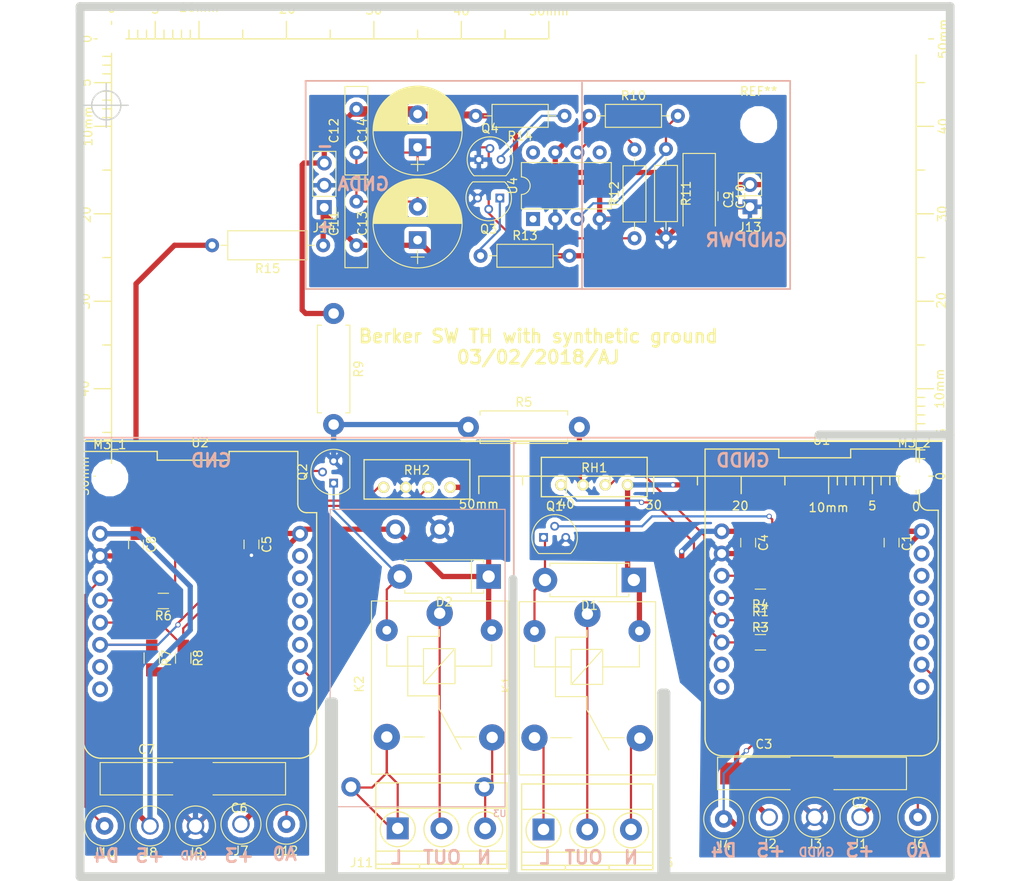
<source format=kicad_pcb>
(kicad_pcb (version 20171130) (host pcbnew "(5.0.0)")
  (layers (0 F.Cu signal) (31 B.Cu signal) (34 B.Paste user) (35 F.Paste user) (36 B.SilkS user) (37 F.SilkS user) (38 B.Mask user) (39 F.Mask user) (44 Edge.Cuts user))
  (net 0 "")
  (net 1 +3V3)
  (net 2 GNDD)
  (net 3 +5VD)
  (net 4 +3.3VA)
  (net 5 GND)
  (net 6 +5C)
  (net 7 +12VA)
  (net 8 GNDPWR)
  (net 9 "Net-(C11-Pad2)")
  (net 10 "Net-(D1-Pad2)")
  (net 11 "Net-(D2-Pad2)")
  (net 12 "Net-(J4-Pad1)")
  (net 13 "Net-(J5-Pad3)")
  (net 14 "Net-(J5-Pad1)")
  (net 15 "Net-(J5-Pad2)")
  (net 16 "Net-(J6-Pad1)")
  (net 17 "Net-(J10-Pad1)")
  (net 18 "Net-(J11-Pad3)")
  (net 19 "Net-(J11-Pad1)")
  (net 20 "Net-(J11-Pad2)")
  (net 21 "Net-(J12-Pad1)")
  (net 22 GNDA)
  (net 23 "Net-(Q1-Pad2)")
  (net 24 "Net-(Q2-Pad2)")
  (net 25 "Net-(Q3-Pad1)")
  (net 26 "Net-(Q4-Pad3)")
  (net 27 "Net-(R1-Pad2)")
  (net 28 "Net-(R3-Pad1)")
  (net 29 "Net-(R4-Pad1)")
  (net 30 "Net-(R6-Pad2)")
  (net 31 "Net-(R7-Pad1)")
  (net 32 "Net-(R8-Pad1)")
  (net 33 "Net-(R10-Pad2)")
  (net 34 "Net-(R12-Pad2)")
  (net 35 "Net-(U1-Pad15)")
  (net 36 "Net-(U1-Pad14)")
  (net 37 "Net-(U1-Pad13)")
  (net 38 "Net-(U1-Pad12)")
  (net 39 "Net-(U1-Pad11)")
  (net 40 "Net-(U1-Pad7)")
  (net 41 "Net-(U1-Pad9)")
  (net 42 "Net-(U1-Pad8)")
  (net 43 "Net-(U2-Pad15)")
  (net 44 "Net-(U2-Pad14)")
  (net 45 "Net-(U2-Pad13)")
  (net 46 "Net-(U2-Pad12)")
  (net 47 "Net-(U2-Pad11)")
  (net 48 "Net-(U2-Pad7)")
  (net 49 "Net-(U2-Pad9)")
  (net 50 "Net-(U2-Pad8)")
  (net 51 "Net-(U4-Pad1)")
  (net 52 "Net-(U4-Pad5)")
  (net 53 "Net-(U4-Pad8)")
  (module Capacitors_SMD:C_0805_HandSoldering (layer F.Cu) (at 192.8 111 270)
    (fp_text reference C1 (at 0 -1.75 270) (layer F.SilkS))
    (fp_text value 100n)
    (pad 1 smd rect (at -1.25 0 270) (size 1.5 1.25) (layers F.Cu F.Paste F.Mask) (net 1 +3V3))
    (pad 2 smd rect (at 1.25 0 270) (size 1.5 1.25) (layers F.Cu F.Paste F.Mask) (net 2 GNDD))
  )
  (module Capacitors_Tantalum_SMD:CP_Tantalum_Case-C_EIA-6032-28_Hand (layer F.Cu) (at 189.2 137.4 180)
    (fp_text reference C2 (at 0 -3.35 180) (layer F.SilkS))
    (fp_text value 100uF)
    (pad 1 smd rect (at -3.125 0 180) (size 3.75 2.5) (layers F.Cu F.Paste F.Mask) (net 1 +3V3))
    (pad 2 smd rect (at 3.125 0 180) (size 3.75 2.5) (layers F.Cu F.Paste F.Mask) (net 2 GNDD))
  )
  (module Capacitors_Tantalum_SMD:CP_Tantalum_Case-C_EIA-6032-28_Hand (layer F.Cu) (at 178.2 137.4)
    (fp_text reference C3 (at 0 -3.35) (layer F.SilkS))
    (fp_text value 100uF)
    (pad 1 smd rect (at -3.125 0) (size 3.75 2.5) (layers F.Cu F.Paste F.Mask) (net 3 +5VD))
    (pad 2 smd rect (at 3.125 0) (size 3.75 2.5) (layers F.Cu F.Paste F.Mask) (net 2 GNDD))
  )
  (module Capacitors_SMD:C_0805_HandSoldering (layer F.Cu) (at 176.4 111 270)
    (fp_text reference C4 (at 0 -1.75 270) (layer F.SilkS))
    (fp_text value 100n)
    (pad 1 smd rect (at -1.25 0 270) (size 1.5 1.25) (layers F.Cu F.Paste F.Mask) (net 3 +5VD))
    (pad 2 smd rect (at 1.25 0 270) (size 1.5 1.25) (layers F.Cu F.Paste F.Mask) (net 2 GNDD))
  )
  (module Capacitors_SMD:C_0805_HandSoldering (layer F.Cu) (at 119.6 111.2 270)
    (fp_text reference C5 (at 0 -1.75 270) (layer F.SilkS))
    (fp_text value 100n)
    (pad 1 smd rect (at -1.25 0 270) (size 1.5 1.25) (layers F.Cu F.Paste F.Mask) (net 4 +3.3VA))
    (pad 2 smd rect (at 1.25 0 270) (size 1.5 1.25) (layers F.Cu F.Paste F.Mask) (net 5 GND))
  )
  (module Capacitors_Tantalum_SMD:CP_Tantalum_Case-C_EIA-6032-28_Hand (layer F.Cu) (at 118.2 138 180)
    (fp_text reference C6 (at 0 -3.35 180) (layer F.SilkS))
    (fp_text value 100uF)
    (pad 1 smd rect (at -3.125 0 180) (size 3.75 2.5) (layers F.Cu F.Paste F.Mask) (net 4 +3.3VA))
    (pad 2 smd rect (at 3.125 0 180) (size 3.75 2.5) (layers F.Cu F.Paste F.Mask) (net 5 GND))
  )
  (module Capacitors_Tantalum_SMD:CP_Tantalum_Case-C_EIA-6032-28_Hand (layer F.Cu) (at 107.6 138)
    (fp_text reference C7 (at 0 -3.35) (layer F.SilkS))
    (fp_text value 100uF)
    (pad 1 smd rect (at -3.125 0) (size 3.75 2.5) (layers F.Cu F.Paste F.Mask) (net 6 +5C))
    (pad 2 smd rect (at 3.125 0) (size 3.75 2.5) (layers F.Cu F.Paste F.Mask) (net 5 GND))
  )
  (module Capacitors_SMD:C_0805_HandSoldering (layer F.Cu) (at 106.4 111.2 270)
    (fp_text reference C8 (at 0 -1.75 270) (layer F.SilkS))
    (fp_text value 100n)
    (pad 1 smd rect (at -1.25 0 270) (size 1.5 1.25) (layers F.Cu F.Paste F.Mask) (net 6 +5C))
    (pad 2 smd rect (at 1.25 0 270) (size 1.5 1.25) (layers F.Cu F.Paste F.Mask) (net 5 GND))
  )
  (module Capacitors_Tantalum_SMD:CP_Tantalum_Case-C_EIA-6032-28_Hand (layer F.Cu) (at 170.8 71.8 270)
    (fp_text reference C9 (at 0 -3.35 270) (layer F.SilkS))
    (fp_text value 100uF)
    (pad 1 smd rect (at -3.125 0 270) (size 3.75 2.5) (layers F.Cu F.Paste F.Mask) (net 7 +12VA))
    (pad 2 smd rect (at 3.125 0 270) (size 3.75 2.5) (layers F.Cu F.Paste F.Mask) (net 8 GNDPWR))
  )
  (module Capacitors_SMD:C_0805_HandSoldering (layer F.Cu) (at 173.8 71.4 270)
    (fp_text reference C10 (at 0 -1.75 270) (layer F.SilkS))
    (fp_text value 100n)
    (pad 1 smd rect (at -1.25 0 270) (size 1.5 1.25) (layers F.Cu F.Paste F.Mask) (net 7 +12VA))
    (pad 2 smd rect (at 1.25 0 270) (size 1.5 1.25) (layers F.Cu F.Paste F.Mask) (net 8 GNDPWR))
  )
  (module Capacitors_THT:C_Disc_D10.0mm_W2.5mm_P5.00mm (layer F.Cu) (at 131.6 77 90)
    (fp_text reference C11 (at 2.5 -2.56 90) (layer F.SilkS))
    (fp_text value 100nF)
    (pad 1 thru_hole circle (at 0 0 90) (size 1.6 1.6) (drill 0.8) (layers *.Cu *.Mask) (net 7 +12VA))
    (pad 2 thru_hole circle (at 5 0 90) (size 1.6 1.6) (drill 0.8) (layers *.Cu *.Mask) (net 9 "Net-(C11-Pad2)"))
  )
  (module Capacitors_THT:C_Disc_D10.0mm_W2.5mm_P5.00mm (layer F.Cu) (at 131.6 66.4 90)
    (fp_text reference C12 (at 2.5 -2.56 90) (layer F.SilkS))
    (fp_text value 100nF)
    (pad 1 thru_hole circle (at 0 0 90) (size 1.6 1.6) (drill 0.8) (layers *.Cu *.Mask) (net 9 "Net-(C11-Pad2)"))
    (pad 2 thru_hole circle (at 5 0 90) (size 1.6 1.6) (drill 0.8) (layers *.Cu *.Mask) (net 8 GNDPWR))
  )
  (module Capacitors_THT:CP_Radial_D10.0mm_P3.80mm (layer F.Cu) (at 138.6 76.4 90)
    (fp_text reference C13 (at 1.9 -6.31 90) (layer F.SilkS))
    (fp_text value 100uF)
    (pad 1 thru_hole rect (at 0 0 90) (size 2 2) (drill 1) (layers *.Cu *.Mask) (net 7 +12VA))
    (pad 2 thru_hole circle (at 3.8 0 90) (size 2 2) (drill 1) (layers *.Cu *.Mask) (net 9 "Net-(C11-Pad2)"))
  )
  (module Capacitors_THT:CP_Radial_D10.0mm_P3.80mm (layer F.Cu) (at 138.6 65.8 90)
    (fp_text reference C14 (at 1.9 -6.31 90) (layer F.SilkS))
    (fp_text value 100uF)
    (pad 1 thru_hole rect (at 0 0 90) (size 2 2) (drill 1) (layers *.Cu *.Mask) (net 9 "Net-(C11-Pad2)"))
    (pad 2 thru_hole circle (at 3.8 0 90) (size 2 2) (drill 1) (layers *.Cu *.Mask) (net 8 GNDPWR))
  )
  (module Diodes_THT:D_5W_P10.16mm_Horizontal (layer F.Cu) (at 163.325 115.275 180)
    (fp_text reference D1 (at 5.08 -2.91 180) (layer F.SilkS))
    (fp_text value D)
    (pad 1 thru_hole rect (at 0 0 180) (size 2.8 2.8) (drill 1.4) (layers *.Cu *.Mask) (net 1 +3V3))
    (pad 2 thru_hole oval (at 10.16 0 180) (size 2.8 2.8) (drill 1.4) (layers *.Cu *.Mask) (net 10 "Net-(D1-Pad2)"))
  )
  (module Diodes_THT:D_5W_P10.16mm_Horizontal (layer F.Cu) (at 146.725 114.875 180)
    (fp_text reference D2 (at 5.08 -2.91 180) (layer F.SilkS))
    (fp_text value D)
    (pad 1 thru_hole rect (at 0 0 180) (size 2.8 2.8) (drill 1.4) (layers *.Cu *.Mask) (net 4 +3.3VA))
    (pad 2 thru_hole oval (at 10.16 0 180) (size 2.8 2.8) (drill 1.4) (layers *.Cu *.Mask) (net 11 "Net-(D2-Pad2)"))
  )
  (module Connectors:1pin (layer F.Cu) (at 189.2 142.4 180)
    (fp_text reference J1 (at 0 -3.048 180) (layer F.SilkS))
    (fp_text value +3,31V)
    (pad 1 thru_hole circle (at 0 0 180) (size 2 2) (drill 1.5) (layers *.Cu *.Mask) (net 1 +3V3))
  )
  (module Connectors:1pin (layer F.Cu) (at 178.8 142.4 180)
    (fp_text reference J2 (at 0 -3.048 180) (layer F.SilkS))
    (fp_text value +5.1V)
    (pad 1 thru_hole circle (at 0 0 180) (size 2 2) (drill 1.5) (layers *.Cu *.Mask) (net 3 +5VD))
  )
  (module Connectors:1pin (layer F.Cu) (at 184 142.4 180)
    (fp_text reference J3 (at 0 -3.048 180) (layer F.SilkS))
    (fp_text value GND)
    (pad 1 thru_hole circle (at 0 0 180) (size 2 2) (drill 1.5) (layers *.Cu *.Mask) (net 2 GNDD))
  )
  (module Connectors:1pin (layer F.Cu) (at 173.6 142.6 180)
    (fp_text reference J4 (at 0 -3.048 180) (layer F.SilkS))
    (fp_text value D4)
    (pad 1 thru_hole circle (at 0 0 180) (size 2 2) (drill 1) (layers *.Cu *.Mask) (net 12 "Net-(J4-Pad1)"))
  )
  (module TerminalBlocks_Phoenix:TerminalBlock_Phoenix_MKDS1.5-3pol (layer F.Cu) (at 153 143.8)
    (fp_text reference J5 (at 14 3.8) (layer F.SilkS))
    (fp_text value Screw_Terminal_01x03)
    (pad 3 thru_hole circle (at 10 0) (size 2.5 2.5) (drill 1.3) (layers *.Cu *.Mask) (net 13 "Net-(J5-Pad3)"))
    (pad 1 thru_hole rect (at 0 0) (size 2.5 2.5) (drill 1.3) (layers *.Cu *.Mask) (net 14 "Net-(J5-Pad1)"))
    (pad 2 thru_hole circle (at 5 0) (size 2.5 2.5) (drill 1.3) (layers *.Cu *.Mask) (net 15 "Net-(J5-Pad2)"))
  )
  (module Connectors:1pin (layer F.Cu) (at 195.8 142.4 180)
    (fp_text reference J6 (at 0 -3.048 180) (layer F.SilkS))
    (fp_text value A0)
    (pad 1 thru_hole circle (at 0 0 180) (size 2 2) (drill 1) (layers *.Cu *.Mask) (net 16 "Net-(J6-Pad1)"))
  )
  (module Connectors:1pin (layer F.Cu) (at 118.4 143.2 180)
    (fp_text reference J7 (at 0 -3.048 180) (layer F.SilkS))
    (fp_text value +3,32V)
    (pad 1 thru_hole circle (at 0 0 180) (size 2 2) (drill 1.5) (layers *.Cu *.Mask) (net 4 +3.3VA))
  )
  (module Connectors:1pin (layer F.Cu) (at 108 143.4 180)
    (fp_text reference J8 (at 0 -3.048 180) (layer F.SilkS))
    (fp_text value +5.2V)
    (pad 1 thru_hole circle (at 0 0 180) (size 2 2) (drill 1.5) (layers *.Cu *.Mask) (net 6 +5C))
  )
  (module Connectors:1pin (layer F.Cu) (at 113.2 143.4 180)
    (fp_text reference J9 (at 0 -3.048 180) (layer F.SilkS))
    (fp_text value GND)
    (pad 1 thru_hole circle (at 0 0 180) (size 2 2) (drill 1.5) (layers *.Cu *.Mask) (net 5 GND))
  )
  (module Connectors:1pin (layer F.Cu) (at 102.8 143.4 180)
    (fp_text reference J10 (at 0 -3.048 180) (layer F.SilkS))
    (fp_text value D4)
    (pad 1 thru_hole circle (at 0 0 180) (size 2 2) (drill 1) (layers *.Cu *.Mask) (net 17 "Net-(J10-Pad1)"))
  )
  (module TerminalBlocks_Phoenix:TerminalBlock_Phoenix_MKDS1.5-3pol (layer F.Cu) (at 136.325 143.675)
    (fp_text reference J11 (at -4.125 3.925) (layer F.SilkS))
    (fp_text value Screw_Terminal_01x03)
    (pad 3 thru_hole circle (at 10 0) (size 2.5 2.5) (drill 1.3) (layers *.Cu *.Mask) (net 18 "Net-(J11-Pad3)"))
    (pad 1 thru_hole rect (at 0 0) (size 2.5 2.5) (drill 1.3) (layers *.Cu *.Mask) (net 19 "Net-(J11-Pad1)"))
    (pad 2 thru_hole circle (at 5 0) (size 2.5 2.5) (drill 1.3) (layers *.Cu *.Mask) (net 20 "Net-(J11-Pad2)"))
  )
  (module Connectors:1pin (layer F.Cu) (at 123.6 143.2 180)
    (fp_text reference J12 (at 0 -3.048 180) (layer F.SilkS))
    (fp_text value A0)
    (pad 1 thru_hole circle (at 0 0 180) (size 2 2) (drill 1) (layers *.Cu *.Mask) (net 21 "Net-(J12-Pad1)"))
  )
  (module Pin_Headers:Pin_Header_Straight_1x02_Pitch2.54mm (layer F.Cu) (at 176.6 72.6 180)
    (fp_text reference J13 (at 0 -2.33 180) (layer F.SilkS))
    (fp_text value Conn_01x02)
    (pad 1 thru_hole rect (at 0 0 180) (size 1.7 1.7) (drill 1) (layers *.Cu *.Mask) (net 8 GNDPWR))
    (pad 2 thru_hole oval (at 0 2.54 180) (size 1.7 1.7) (drill 1) (layers *.Cu *.Mask) (net 7 +12VA))
  )
  (module Pin_Headers:Pin_Header_Straight_1x03_Pitch2.54mm (layer F.Cu) (at 127.925 72.675 180)
    (fp_text reference J14 (at 0 -2.33 180) (layer F.SilkS))
    (fp_text value Conn_01x03)
    (pad 1 thru_hole rect (at 0 0 180) (size 1.7 1.7) (drill 1) (layers *.Cu *.Mask) (net 7 +12VA))
    (pad 2 thru_hole oval (at 0 2.54 180) (size 1.7 1.7) (drill 1) (layers *.Cu *.Mask) (net 22 GNDA))
    (pad 3 thru_hole oval (at 0 5.08 180) (size 1.7 1.7) (drill 1) (layers *.Cu *.Mask) (net 8 GNDPWR))
  )
  (module Relays_THT:Relay_SPDT_SANYOU_SRD_Series_Form_C (layer F.Cu) (at 158.015 119.16 270)
    (fp_text reference K1 (at 8.1 9.2 270) (layer F.SilkS))
    (fp_text value SANYOU_SRD_Form_C)
    (pad 2 thru_hole circle (at 1.95 6.05) (size 2.5 2.5) (drill 1) (layers *.Cu *.Mask) (net 10 "Net-(D1-Pad2)"))
    (pad 3 thru_hole circle (at 14.15 6.05) (size 3 3) (drill 1.3) (layers *.Cu *.Mask) (net 14 "Net-(J5-Pad1)"))
    (pad 4 thru_hole circle (at 14.2 -6) (size 3 3) (drill 1.3) (layers *.Cu *.Mask) (net 13 "Net-(J5-Pad3)"))
    (pad 5 thru_hole circle (at 1.95 -5.95) (size 2.5 2.5) (drill 1) (layers *.Cu *.Mask) (net 1 +3V3))
    (pad 1 thru_hole circle (at 0 0) (size 3 3) (drill 1.3) (layers *.Cu *.Mask) (net 15 "Net-(J5-Pad2)"))
  )
  (module Relays_THT:Relay_SPDT_SANYOU_SRD_Series_Form_C (layer F.Cu) (at 141.125 119.075 270)
    (fp_text reference K2 (at 8.1 9.2 270) (layer F.SilkS))
    (fp_text value SANYOU_SRD_Form_C)
    (pad 2 thru_hole circle (at 1.95 6.05) (size 2.5 2.5) (drill 1) (layers *.Cu *.Mask) (net 11 "Net-(D2-Pad2)"))
    (pad 3 thru_hole circle (at 14.15 6.05) (size 3 3) (drill 1.3) (layers *.Cu *.Mask) (net 19 "Net-(J11-Pad1)"))
    (pad 4 thru_hole circle (at 14.2 -6) (size 3 3) (drill 1.3) (layers *.Cu *.Mask) (net 18 "Net-(J11-Pad3)"))
    (pad 5 thru_hole circle (at 1.95 -5.95) (size 2.5 2.5) (drill 1) (layers *.Cu *.Mask) (net 4 +3.3VA))
    (pad 1 thru_hole circle (at 0 0) (size 3 3) (drill 1.3) (layers *.Cu *.Mask) (net 20 "Net-(J11-Pad2)"))
  )
  (module TO_SOT_Packages_THT:TO-92_Molded_Narrow (layer F.Cu) (at 153 110.4)
    (fp_text reference Q1 (at 1.27 -3.56) (layer F.SilkS))
    (fp_text value BC547)
    (pad 2 thru_hole circle (at 1.27 -1.27 90) (size 1 1) (drill 0.6) (layers *.Cu *.Mask) (net 23 "Net-(Q1-Pad2)"))
    (pad 3 thru_hole circle (at 2.54 0 90) (size 1 1) (drill 0.6) (layers *.Cu *.Mask) (net 2 GNDD))
    (pad 1 thru_hole rect (at 0 0 90) (size 1 1) (drill 0.6) (layers *.Cu *.Mask) (net 10 "Net-(D1-Pad2)"))
  )
  (module TO_SOT_Packages_THT:TO-92_Molded_Narrow (layer F.Cu) (at 129 104.2 90)
    (fp_text reference Q2 (at 1.27 -3.56 90) (layer F.SilkS))
    (fp_text value BC337)
    (pad 2 thru_hole circle (at 1.27 -1.27 180) (size 1 1) (drill 0.6) (layers *.Cu *.Mask) (net 24 "Net-(Q2-Pad2)"))
    (pad 3 thru_hole circle (at 2.54 0 180) (size 1 1) (drill 0.6) (layers *.Cu *.Mask) (net 5 GND))
    (pad 1 thru_hole rect (at 0 0 180) (size 1 1) (drill 0.6) (layers *.Cu *.Mask) (net 11 "Net-(D2-Pad2)"))
  )
  (module TO_SOT_Packages_THT:TO-92_Molded_Narrow (layer F.Cu) (at 148 71.6 180)
    (fp_text reference Q3 (at 1.27 -3.56 180) (layer F.SilkS))
    (fp_text value BC338)
    (pad 2 thru_hole circle (at 1.27 -1.27 270) (size 1 1) (drill 0.6) (layers *.Cu *.Mask) (net 9 "Net-(C11-Pad2)"))
    (pad 3 thru_hole circle (at 2.54 0 270) (size 1 1) (drill 0.6) (layers *.Cu *.Mask) (net 22 GNDA))
    (pad 1 thru_hole rect (at 0 0 270) (size 1 1) (drill 0.6) (layers *.Cu *.Mask) (net 25 "Net-(Q3-Pad1)"))
  )
  (module TO_SOT_Packages_THT:TO-92_Molded_Narrow (layer F.Cu) (at 145.6 67.2)
    (fp_text reference Q4 (at 1.27 -3.56) (layer F.SilkS))
    (fp_text value BC328)
    (pad 2 thru_hole circle (at 1.27 -1.27 90) (size 1 1) (drill 0.6) (layers *.Cu *.Mask) (net 9 "Net-(C11-Pad2)"))
    (pad 3 thru_hole circle (at 2.54 0 90) (size 1 1) (drill 0.6) (layers *.Cu *.Mask) (net 26 "Net-(Q4-Pad3)"))
    (pad 1 thru_hole rect (at 0 0 90) (size 1 1) (drill 0.6) (layers *.Cu *.Mask) (net 22 GNDA))
  )
  (module Resistors_SMD:R_0805_HandSoldering (layer F.Cu) (at 177.8 117.2 180)
    (fp_text reference R1 (at 0 -1.7 180) (layer F.SilkS))
    (fp_text value 10k)
    (pad 1 smd rect (at -1.35 0 180) (size 1.5 1.3) (layers F.Cu F.Paste F.Mask) (net 23 "Net-(Q1-Pad2)"))
    (pad 2 smd rect (at 1.35 0 180) (size 1.5 1.3) (layers F.Cu F.Paste F.Mask) (net 27 "Net-(R1-Pad2)"))
  )
  (module Resistors_SMD:R_0805_HandSoldering (layer F.Cu) (at 177.8 122.4)
    (fp_text reference R3 (at 0 -1.7) (layer F.SilkS))
    (fp_text value 10k)
    (pad 1 smd rect (at -1.35 0) (size 1.5 1.3) (layers F.Cu F.Paste F.Mask) (net 28 "Net-(R3-Pad1)"))
    (pad 2 smd rect (at 1.35 0) (size 1.5 1.3) (layers F.Cu F.Paste F.Mask) (net 1 +3V3))
  )
  (module Resistors_SMD:R_0805_HandSoldering (layer F.Cu) (at 177.8 119.8)
    (fp_text reference R4 (at 0 -1.7) (layer F.SilkS))
    (fp_text value 10k)
    (pad 1 smd rect (at -1.35 0) (size 1.5 1.3) (layers F.Cu F.Paste F.Mask) (net 29 "Net-(R4-Pad1)"))
    (pad 2 smd rect (at 1.35 0) (size 1.5 1.3) (layers F.Cu F.Paste F.Mask) (net 1 +3V3))
  )
  (module Resistors_THT:R_Axial_DIN0411_L9.9mm_D3.6mm_P12.70mm_Horizontal (layer F.Cu) (at 144.4 97.8)
    (fp_text reference R5 (at 6.35 -2.86) (layer F.SilkS))
    (fp_text value GNDD)
    (pad 1 thru_hole circle (at 0 0) (size 2.4 2.4) (drill 1.2) (layers *.Cu *.Mask) (net 5 GND))
    (pad 2 thru_hole oval (at 12.7 0) (size 2.4 2.4) (drill 1.2) (layers *.Cu *.Mask) (net 2 GNDD))
  )
  (module Resistors_SMD:R_0805_HandSoldering (layer F.Cu) (at 109.525 117.675 180)
    (fp_text reference R6 (at 0 -1.7 180) (layer F.SilkS))
    (fp_text value 10k)
    (pad 1 smd rect (at -1.35 0 180) (size 1.5 1.3) (layers F.Cu F.Paste F.Mask) (net 24 "Net-(Q2-Pad2)"))
    (pad 2 smd rect (at 1.35 0 180) (size 1.5 1.3) (layers F.Cu F.Paste F.Mask) (net 30 "Net-(R6-Pad2)"))
  )
  (module Resistors_SMD:R_0805_HandSoldering (layer F.Cu) (at 108.2 124.2 270)
    (fp_text reference R7 (at 0 -1.7 270) (layer F.SilkS))
    (fp_text value 10k)
    (pad 1 smd rect (at -1.35 0 270) (size 1.5 1.3) (layers F.Cu F.Paste F.Mask) (net 31 "Net-(R7-Pad1)"))
    (pad 2 smd rect (at 1.35 0 270) (size 1.5 1.3) (layers F.Cu F.Paste F.Mask) (net 4 +3.3VA))
  )
  (module Resistors_SMD:R_0805_HandSoldering (layer F.Cu) (at 111.8 124.2 270)
    (fp_text reference R8 (at 0 -1.7 270) (layer F.SilkS))
    (fp_text value 10k)
    (pad 1 smd rect (at -1.35 0 270) (size 1.5 1.3) (layers F.Cu F.Paste F.Mask) (net 32 "Net-(R8-Pad1)"))
    (pad 2 smd rect (at 1.35 0 270) (size 1.5 1.3) (layers F.Cu F.Paste F.Mask) (net 4 +3.3VA))
  )
  (module Resistors_THT:R_Axial_DIN0411_L9.9mm_D3.6mm_P12.70mm_Horizontal (layer F.Cu) (at 129 84.8 270)
    (fp_text reference R9 (at 6.35 -2.86 270) (layer F.SilkS))
    (fp_text value GNDA)
    (pad 1 thru_hole circle (at 0 0 270) (size 2.4 2.4) (drill 1.2) (layers *.Cu *.Mask) (net 8 GNDPWR))
    (pad 2 thru_hole oval (at 12.7 0 270) (size 2.4 2.4) (drill 1.2) (layers *.Cu *.Mask) (net 5 GND))
  )
  (module Resistors_THT:R_Axial_DIN0207_L6.3mm_D2.5mm_P10.16mm_Horizontal (layer F.Cu) (at 158.2 62.2)
    (fp_text reference R10 (at 5.08 -2.31) (layer F.SilkS))
    (fp_text value 220R)
    (pad 1 thru_hole circle (at 0 0) (size 1.6 1.6) (drill 0.8) (layers *.Cu *.Mask) (net 7 +12VA))
    (pad 2 thru_hole oval (at 10.16 0) (size 1.6 1.6) (drill 0.8) (layers *.Cu *.Mask) (net 33 "Net-(R10-Pad2)"))
  )
  (module Resistors_THT:R_Axial_DIN0207_L6.3mm_D2.5mm_P10.16mm_Horizontal (layer F.Cu) (at 167 66 270)
    (fp_text reference R11 (at 5.08 -2.31 270) (layer F.SilkS))
    (fp_text value 220R)
    (pad 1 thru_hole circle (at 0 0 270) (size 1.6 1.6) (drill 0.8) (layers *.Cu *.Mask) (net 33 "Net-(R10-Pad2)"))
    (pad 2 thru_hole oval (at 10.16 0 270) (size 1.6 1.6) (drill 0.8) (layers *.Cu *.Mask) (net 8 GNDPWR))
  )
  (module Resistors_THT:R_Axial_DIN0207_L6.3mm_D2.5mm_P10.16mm_Horizontal (layer F.Cu) (at 163.4 76.2 90)
    (fp_text reference R12 (at 5.08 -2.31 90) (layer F.SilkS))
    (fp_text value 1k)
    (pad 1 thru_hole circle (at 0 0 90) (size 1.6 1.6) (drill 0.8) (layers *.Cu *.Mask) (net 9 "Net-(C11-Pad2)"))
    (pad 2 thru_hole oval (at 10.16 0 90) (size 1.6 1.6) (drill 0.8) (layers *.Cu *.Mask) (net 34 "Net-(R12-Pad2)"))
  )
  (module Resistors_THT:R_Axial_DIN0207_L6.3mm_D2.5mm_P10.16mm_Horizontal (layer F.Cu) (at 145.8 78.2)
    (fp_text reference R13 (at 5.08 -2.31) (layer F.SilkS))
    (fp_text value 10R)
    (pad 1 thru_hole circle (at 0 0) (size 1.6 1.6) (drill 0.8) (layers *.Cu *.Mask) (net 25 "Net-(Q3-Pad1)"))
    (pad 2 thru_hole oval (at 10.16 0) (size 1.6 1.6) (drill 0.8) (layers *.Cu *.Mask) (net 7 +12VA))
  )
  (module Resistors_THT:R_Axial_DIN0207_L6.3mm_D2.5mm_P10.16mm_Horizontal (layer F.Cu) (at 155.4 62.2 180)
    (fp_text reference R14 (at 5.08 -2.31 180) (layer F.SilkS))
    (fp_text value 10R)
    (pad 1 thru_hole circle (at 0 0 180) (size 1.6 1.6) (drill 0.8) (layers *.Cu *.Mask) (net 26 "Net-(Q4-Pad3)"))
    (pad 2 thru_hole oval (at 10.16 0 180) (size 1.6 1.6) (drill 0.8) (layers *.Cu *.Mask) (net 8 GNDPWR))
  )
  (module module:AM2320 (layer F.Cu) (at 158.8 104.4 180)
    (fp_text reference RH1 (at 0 1.95 180) (layer F.SilkS))
    (fp_text value AM2320)
    (pad 1 thru_hole circle (at -3.81 0 180) (size 1.3 1.3) (drill 0.8) (layers *.Cu *.Mask F.SilkS) (net 1 +3V3))
    (pad 2 thru_hole circle (at -1.27 0 180) (size 1.3 1.3) (drill 0.8) (layers *.Cu *.Mask F.SilkS) (net 29 "Net-(R4-Pad1)"))
    (pad 3 thru_hole circle (at 1.27 0 180) (size 1.3 1.3) (drill 0.8) (layers *.Cu *.Mask F.SilkS) (net 2 GNDD))
    (pad 4 thru_hole circle (at 3.81 0 180) (size 1.3 1.3) (drill 0.8) (layers *.Cu *.Mask F.SilkS) (net 28 "Net-(R3-Pad1)"))
  )
  (module module:AM2320 (layer F.Cu) (at 138.525 104.675 180)
    (fp_text reference RH2 (at 0 1.95 180) (layer F.SilkS))
    (fp_text value AM2320)
    (pad 1 thru_hole circle (at -3.81 0 180) (size 1.3 1.3) (drill 0.8) (layers *.Cu *.Mask F.SilkS) (net 4 +3.3VA))
    (pad 2 thru_hole circle (at -1.27 0 180) (size 1.3 1.3) (drill 0.8) (layers *.Cu *.Mask F.SilkS) (net 32 "Net-(R8-Pad1)"))
    (pad 3 thru_hole circle (at 1.27 0 180) (size 1.3 1.3) (drill 0.8) (layers *.Cu *.Mask F.SilkS) (net 5 GND))
    (pad 4 thru_hole circle (at 3.81 0 180) (size 1.3 1.3) (drill 0.8) (layers *.Cu *.Mask F.SilkS) (net 31 "Net-(R7-Pad1)"))
  )
  (module wemos-d1-mini:wemos-d1-mini-connectors-only (layer F.Cu) (at 184.8 118.6 270)
    (fp_text reference U1 (at -19.3 0) (layer F.SilkS))
    (fp_text value WeMos_mini)
    (pad 16 thru_hole circle (at -8.89 -11.43 270) (size 1.8 1.8) (drill 1.016) (layers *.Cu *.Mask) (net 1 +3V3))
    (pad 1 thru_hole circle (at -8.89 11.43 270) (size 1.8 1.8) (drill 1.016) (layers *.Cu *.Mask) (net 3 +5VD))
    (pad 15 thru_hole circle (at -6.35 -11.43 270) (size 1.8 1.8) (drill 1.016) (layers *.Cu *.Mask) (net 35 "Net-(U1-Pad15)"))
    (pad 2 thru_hole circle (at -6.35 11.43 270) (size 1.8 1.8) (drill 1.016) (layers *.Cu *.Mask) (net 2 GNDD))
    (pad 14 thru_hole circle (at -3.81 -11.43 270) (size 1.8 1.8) (drill 1.016) (layers *.Cu *.Mask) (net 36 "Net-(U1-Pad14)"))
    (pad 3 thru_hole circle (at -3.81 11.43 270) (size 1.8 1.8) (drill 1.016) (layers *.Cu *.Mask) (net 12 "Net-(J4-Pad1)"))
    (pad 13 thru_hole circle (at -1.27 -11.43 270) (size 1.8 1.8) (drill 1.016) (layers *.Cu *.Mask) (net 37 "Net-(U1-Pad13)"))
    (pad 4 thru_hole circle (at -1.27 11.43 270) (size 1.8 1.8) (drill 1.016) (layers *.Cu *.Mask) (net 27 "Net-(R1-Pad2)"))
    (pad 12 thru_hole circle (at 1.27 -11.43 270) (size 1.8 1.8) (drill 1.016) (layers *.Cu *.Mask) (net 38 "Net-(U1-Pad12)"))
    (pad 5 thru_hole circle (at 1.27 11.43 270) (size 1.8 1.8) (drill 1.016) (layers *.Cu *.Mask) (net 29 "Net-(R4-Pad1)"))
    (pad 11 thru_hole circle (at 3.81 -11.43 270) (size 1.8 1.8) (drill 1.016) (layers *.Cu *.Mask) (net 39 "Net-(U1-Pad11)"))
    (pad 6 thru_hole circle (at 3.81 11.43 270) (size 1.8 1.8) (drill 1.016) (layers *.Cu *.Mask) (net 28 "Net-(R3-Pad1)"))
    (pad 10 thru_hole circle (at 6.35 -11.43 270) (size 1.8 1.8) (drill 1.016) (layers *.Cu *.Mask) (net 16 "Net-(J6-Pad1)"))
    (pad 7 thru_hole circle (at 6.35 11.43 270) (size 1.8 1.8) (drill 1.016) (layers *.Cu *.Mask) (net 40 "Net-(U1-Pad7)"))
    (pad 9 thru_hole circle (at 8.89 -11.43 270) (size 1.8 1.8) (drill 1.016) (layers *.Cu *.Mask) (net 41 "Net-(U1-Pad9)"))
    (pad 8 thru_hole circle (at 8.89 11.43 270) (size 1.8 1.8) (drill 1.016) (layers *.Cu *.Mask) (net 42 "Net-(U1-Pad8)"))
  )
  (module wemos-d1-mini:wemos-d1-mini-connectors-only (layer F.Cu) (at 113.725 118.875 270)
    (fp_text reference U2 (at -19.3 0) (layer F.SilkS))
    (fp_text value WeMos_mini)
    (pad 16 thru_hole circle (at -8.89 -11.43 270) (size 1.8 1.8) (drill 1.016) (layers *.Cu *.Mask) (net 4 +3.3VA))
    (pad 1 thru_hole circle (at -8.89 11.43 270) (size 1.8 1.8) (drill 1.016) (layers *.Cu *.Mask) (net 6 +5C))
    (pad 15 thru_hole circle (at -6.35 -11.43 270) (size 1.8 1.8) (drill 1.016) (layers *.Cu *.Mask) (net 43 "Net-(U2-Pad15)"))
    (pad 2 thru_hole circle (at -6.35 11.43 270) (size 1.8 1.8) (drill 1.016) (layers *.Cu *.Mask) (net 5 GND))
    (pad 14 thru_hole circle (at -3.81 -11.43 270) (size 1.8 1.8) (drill 1.016) (layers *.Cu *.Mask) (net 44 "Net-(U2-Pad14)"))
    (pad 3 thru_hole circle (at -3.81 11.43 270) (size 1.8 1.8) (drill 1.016) (layers *.Cu *.Mask) (net 17 "Net-(J10-Pad1)"))
    (pad 13 thru_hole circle (at -1.27 -11.43 270) (size 1.8 1.8) (drill 1.016) (layers *.Cu *.Mask) (net 45 "Net-(U2-Pad13)"))
    (pad 4 thru_hole circle (at -1.27 11.43 270) (size 1.8 1.8) (drill 1.016) (layers *.Cu *.Mask) (net 30 "Net-(R6-Pad2)"))
    (pad 12 thru_hole circle (at 1.27 -11.43 270) (size 1.8 1.8) (drill 1.016) (layers *.Cu *.Mask) (net 46 "Net-(U2-Pad12)"))
    (pad 5 thru_hole circle (at 1.27 11.43 270) (size 1.8 1.8) (drill 1.016) (layers *.Cu *.Mask) (net 32 "Net-(R8-Pad1)"))
    (pad 11 thru_hole circle (at 3.81 -11.43 270) (size 1.8 1.8) (drill 1.016) (layers *.Cu *.Mask) (net 47 "Net-(U2-Pad11)"))
    (pad 6 thru_hole circle (at 3.81 11.43 270) (size 1.8 1.8) (drill 1.016) (layers *.Cu *.Mask) (net 31 "Net-(R7-Pad1)"))
    (pad 10 thru_hole circle (at 6.35 -11.43 270) (size 1.8 1.8) (drill 1.016) (layers *.Cu *.Mask) (net 21 "Net-(J12-Pad1)"))
    (pad 7 thru_hole circle (at 6.35 11.43 270) (size 1.8 1.8) (drill 1.016) (layers *.Cu *.Mask) (net 48 "Net-(U2-Pad7)"))
    (pad 9 thru_hole circle (at 8.89 -11.43 270) (size 1.8 1.8) (drill 1.016) (layers *.Cu *.Mask) (net 49 "Net-(U2-Pad9)"))
    (pad 8 thru_hole circle (at 8.89 11.43 270) (size 1.8 1.8) (drill 1.016) (layers *.Cu *.Mask) (net 50 "Net-(U2-Pad8)"))
  )
  (module Housings_DIP:DIP-8_W7.62mm (layer F.Cu) (at 151.8 74 90)
    (fp_text reference U4 (at 3.81 -2.33 90) (layer F.SilkS))
    (fp_text value TL071)
    (pad 1 thru_hole rect (at 0 0 90) (size 1.6 1.6) (drill 0.8) (layers *.Cu *.Mask) (net 51 "Net-(U4-Pad1)"))
    (pad 5 thru_hole oval (at 7.62 7.62 90) (size 1.6 1.6) (drill 0.8) (layers *.Cu *.Mask) (net 52 "Net-(U4-Pad5)"))
    (pad 2 thru_hole oval (at 0 2.54 90) (size 1.6 1.6) (drill 0.8) (layers *.Cu *.Mask) (net 22 GNDA))
    (pad 6 thru_hole oval (at 7.62 5.08 90) (size 1.6 1.6) (drill 0.8) (layers *.Cu *.Mask) (net 34 "Net-(R12-Pad2)"))
    (pad 3 thru_hole oval (at 0 5.08 90) (size 1.6 1.6) (drill 0.8) (layers *.Cu *.Mask) (net 33 "Net-(R10-Pad2)"))
    (pad 7 thru_hole oval (at 7.62 2.54 90) (size 1.6 1.6) (drill 0.8) (layers *.Cu *.Mask) (net 7 +12VA))
    (pad 4 thru_hole oval (at 0 7.62 90) (size 1.6 1.6) (drill 0.8) (layers *.Cu *.Mask) (net 8 GNDPWR))
    (pad 8 thru_hole oval (at 7.62 0 90) (size 1.6 1.6) (drill 0.8) (layers *.Cu *.Mask) (net 53 "Net-(U4-Pad8)"))
  )
  (module Power_Supply:HLK-PM03-AJ (layer B.Cu) (at 138.6 124.2 90)
    (fp_text reference U3 (at -17.78 9.398) (layer B.SilkS) (effects (font (size 0.762 0.762) (thickness 0.127)) (justify mirror)))
    (fp_text value HLK-PM03)
    (pad 1 thru_hole circle (at -14.732 7.62 90) (size 2.2 2.2) (drill 1.25) (layers *.Cu *.Mask) (net 18 "Net-(J11-Pad3)"))
    (pad 2 thru_hole circle (at -14.732 -7.62 90) (size 2.2 2.2) (drill 1.25) (layers *.Cu *.Mask) (net 19 "Net-(J11-Pad1)"))
    (pad 3 thru_hole circle (at 14.732 2.54 90) (size 2.2 2.2) (drill 1.25) (layers *.Cu *.Mask) (net 5 GND))
    (pad 4 thru_hole circle (at 14.732 -2.54 90) (size 2.2 2.2) (drill 1.25) (layers *.Cu *.Mask) (net 4 +3.3VA))
  )
  (module Mounting_Holes:MountingHole_3.2mm_M3_DIN965 (layer F.Cu) (at 103.4 103.6)
    (fp_text reference M3_1 (at 0 -3.8) (layer F.SilkS))
    (fp_text value MountingHole_3.2mm_M3_DIN965)
    (pad 1 np_thru_hole circle (at 0 0) (size 3.2 3.2) (drill 3.2) (layers *.Cu *.Mask))
  )
  (module Mounting_Holes:MountingHole_3.2mm_M3_DIN965 (layer F.Cu) (at 195.4 103.4)
    (fp_text reference M3_2 (at 0 -3.8) (layer F.SilkS))
    (fp_text value MountingHole_3.2mm_M3_DIN965)
    (pad 1 np_thru_hole circle (at 0 0) (size 3.2 3.2) (drill 3.2) (layers *.Cu *.Mask))
  )
  (module Resistors_THT:R_Axial_DIN0309_L9.0mm_D3.2mm_P12.70mm_Horizontal (layer F.Cu) (at 127.8 77 180)
    (fp_text reference R15 (at 6.35 -2.66 180) (layer F.SilkS))
    (fp_text value +5C)
    (pad 1 thru_hole circle (at 0 0 180) (size 1.6 1.6) (drill 0.8) (layers *.Cu *.Mask) (net 7 +12VA))
    (pad 2 thru_hole oval (at 12.7 0 180) (size 1.6 1.6) (drill 0.8) (layers *.Cu *.Mask) (net 6 +5C))
  )
  (module Mounting_Holes:MountingHole_3.2mm_M3_DIN965 (layer F.Cu) (at 195.4 53.6)
    (fp_text reference REF** hide)
    (fp_text value MountingHole_3.2mm_M3_DIN965)
    (pad 1 np_thru_hole circle (at 0 0) (size 3.2 3.2) (drill 3.2) (layers *.Cu *.Mask))
  )
  (module Mounting_Holes:MountingHole_3.2mm_M3_DIN965 (layer F.Cu) (at 103.6 53.4)
    (fp_text reference REF** hide)
    (fp_text value MountingHole_3.2mm_M3_DIN965)
    (pad 1 np_thru_hole circle (at 0 0) (size 3.2 3.2) (drill 3.2) (layers *.Cu *.Mask))
  )
  (module Mounting_Holes:MountingHole_3.2mm_M3_DIN965 (layer F.Cu) (at 177.6 63.2)
    (fp_text reference REF** (at 0 -3.8) (layer F.SilkS))
    (fp_text value MountingHole_3.2mm_M3_DIN965)
    (pad 1 np_thru_hole circle (at 0 0) (size 3.2 3.2) (drill 3.2) (layers *.Cu *.Mask))
  )
  (module Measurement_Scales:Gauge_50mm_Type2_SilkScreenTop (layer F.Cu) (at 103.6 53.4 270)
    (fp_text reference REF** hide)
    (fp_text value Gauge_50mm_Type2_SilkScreenTop)
    (fp_text user 10mm (at -3.59918 -10.00252) (layer F.SilkS))
    (fp_text user 0 (at -3.50012 -0.00254) (layer F.SilkS))
    (fp_text user 5 (at -3.39852 -5.00126) (layer F.SilkS))
    (fp_text user 20 (at -3.39852 -20.10156) (layer F.SilkS))
    (fp_text user 30 (at -3.29946 -30.00248) (layer F.SilkS))
    (fp_text user 40 (at -3.19786 -40.00246) (layer F.SilkS))
    (fp_text user 50mm (at -3.19786 -50.00244) (layer F.SilkS))
    (fp_text user 50mm (at 49.9999 3.10134 270) (layer F.SilkS))
    (fp_text user 40 (at 39.99992 3.10134 270) (layer F.SilkS))
    (fp_text user 30 (at 29.99994 2.99974 270) (layer F.SilkS))
    (fp_text user 20 (at 20.09902 2.90068 270) (layer F.SilkS))
    (fp_text user 5 (at 4.99872 2.90068 270) (layer F.SilkS))
    (fp_text user 0 (at 0 2.79908 270) (layer F.SilkS))
    (fp_text user 10mm (at 9.99998 2.70002 270) (layer F.SilkS))
  )
  (module Measurement_Scales:Gauge_50mm_Type2_SilkScreenTop (layer F.Cu) (at 195.6 103.4 90)
    (fp_text reference REF** hide)
    (fp_text value Gauge_50mm_Type2_SilkScreenTop)
    (fp_text user 10mm (at -3.59918 -10.00252 180) (layer F.SilkS))
    (fp_text user 0 (at -3.50012 -0.00254 180) (layer F.SilkS))
    (fp_text user 5 (at -3.39852 -5.00126 180) (layer F.SilkS))
    (fp_text user 20 (at -3.39852 -20.10156 180) (layer F.SilkS))
    (fp_text user 30 (at -3.29946 -30.00248 180) (layer F.SilkS))
    (fp_text user 40 (at -3.19786 -40.00246 180) (layer F.SilkS))
    (fp_text user 50mm (at -3.19786 -50.00244 180) (layer F.SilkS))
    (fp_text user 50mm (at 49.9999 3.10134 90) (layer F.SilkS))
    (fp_text user 40 (at 39.99992 3.10134 90) (layer F.SilkS))
    (fp_text user 30 (at 29.99994 2.99974 90) (layer F.SilkS))
    (fp_text user 20 (at 20.09902 2.90068 90) (layer F.SilkS))
    (fp_text user 5 (at 4.99872 2.90068 90) (layer F.SilkS))
    (fp_text user 0 (at 0 2.79908 90) (layer F.SilkS))
    (fp_text user 10mm (at 9.99998 2.70002 90) (layer F.SilkS))
  )
  (gr_line (start 129 149.2) (end 128.5 149.2) (layer Edge.Cuts) (width 1))
  (gr_line (start 129 129.2) (end 129 149.2) (layer Edge.Cuts) (width 1))
  (gr_line (start 128.5 129.2) (end 129 129.2) (layer Edge.Cuts) (width 1))
  (gr_line (start 128.5 149.2) (end 128.5 129.2) (layer Edge.Cuts) (width 1))
  (gr_line (start 167 149.2) (end 166.5 149.2) (layer Edge.Cuts) (width 1))
  (gr_line (start 167 128.2) (end 167 149.2) (layer Edge.Cuts) (width 1))
  (gr_line (start 166.5 128.2) (end 167 128.2) (layer Edge.Cuts) (width 1))
  (gr_line (start 166.5 149.2) (end 166.5 128.2) (layer Edge.Cuts) (width 1))
  (gr_line (start 100 49.7) (end 100 50.2) (layer Edge.Cuts) (width 1))
  (gr_line (start 199.5 49.7) (end 100 49.7) (layer Edge.Cuts) (width 1))
  (gr_line (start 199.5 98.7) (end 199.5 49.7) (layer Edge.Cuts) (width 1))
  (gr_line (start 184.5 98.7) (end 199.5 98.7) (layer Edge.Cuts) (width 1))
  (gr_line (start 199.5 98.7) (end 184.5 98.7) (layer Edge.Cuts) (width 1))
  (gr_line (start 199.5 149.2) (end 199.5 98.7) (layer Edge.Cuts) (width 1))
  (gr_line (start 149.5 149.2) (end 199.5 149.2) (layer Edge.Cuts) (width 1))
  (gr_line (start 149.5 115.2) (end 149.5 149.2) (layer Edge.Cuts) (width 1))
  (gr_line (start 149.5 149.2) (end 149.5 115.2) (layer Edge.Cuts) (width 1))
  (gr_line (start 129 149.2) (end 149.5 149.2) (layer Edge.Cuts) (width 1))
  (gr_line (start 100 149.2) (end 129 149.2) (layer Edge.Cuts) (width 1))
  (gr_line (start 100 50.2) (end 100 149.2) (layer Edge.Cuts) (width 1))
  (gr_text GND (at 113 146.8) (layer B.SilkS) (effects (font (size 1 1) (thickness 0.2)) (justify mirror)))
  (gr_text D4 (at 103 146.8) (layer B.SilkS) (effects (font (size 1.5 1.5) (thickness 0.3)) (justify mirror)))
  (gr_text +5 (at 108 146.8) (layer B.SilkS) (effects (font (size 1.5 1.5) (thickness 0.3)) (justify mirror)))
  (gr_text +3 (at 118.2 146.8) (layer B.SilkS) (effects (font (size 1.5 1.5) (thickness 0.3)) (justify mirror)))
  (gr_text A0 (at 123.4 146.6) (layer B.SilkS) (effects (font (size 1.5 1.5) (thickness 0.3)) (justify mirror)))
  (gr_text D4 (at 173.6 146.2) (layer B.SilkS) (effects (font (size 1.5 1.5) (thickness 0.3)) (justify mirror)))
  (gr_text +5 (at 179 146.2) (layer B.SilkS) (effects (font (size 1.5 1.5) (thickness 0.3)) (justify mirror)))
  (gr_text GNDD (at 184.2 146.4) (layer B.SilkS) (effects (font (size 1 1) (thickness 0.2)) (justify mirror)))
  (gr_text +3 (at 189.2 146.2) (layer B.SilkS) (effects (font (size 1.5 1.5) (thickness 0.3)) (justify mirror)))
  (gr_text A0 (at 195.8 146.2) (layer B.SilkS) (effects (font (size 1.5 1.5) (thickness 0.3)) (justify mirror)))
  (gr_text N (at 163 147) (layer B.SilkS) (effects (font (size 1.5 1.5) (thickness 0.3)) (justify mirror)))
  (gr_text L (at 153.2 147) (layer B.SilkS) (effects (font (size 1.5 1.5) (thickness 0.3)) (justify mirror)))
  (gr_text L (at 136.2 147) (layer B.SilkS) (effects (font (size 1.5 1.5) (thickness 0.3)) (justify mirror)))
  (gr_text N (at 146.2 147) (layer B.SilkS) (effects (font (size 1.5 1.5) (thickness 0.3)) (justify mirror)))
  (gr_text OUT (at 141.4 147) (layer B.SilkS) (effects (font (size 1.5 1.5) (thickness 0.3)) (justify mirror)))
  (gr_text OUT (at 157.6 147) (layer B.SilkS) (effects (font (size 1.5 1.5) (thickness 0.3)) (justify mirror)))
  (gr_text + (at 128 74.8) (layer B.SilkS) (effects (font (size 1.5 1.5) (thickness 0.3)) (justify mirror)))
  (gr_text - (at 128 65.6) (layer B.SilkS) (effects (font (size 1.5 1.5) (thickness 0.3)) (justify mirror)))
  (gr_text GNDA (at 132.4 70) (layer B.SilkS) (effects (font (size 1.5 1.5) (thickness 0.3)) (justify mirror)))
  (gr_text GNDPWR (at 176.2 76.4) (layer B.SilkS) (effects (font (size 1.5 1.5) (thickness 0.3)) (justify mirror)))
  (gr_text GND (at 115 101.6) (layer B.SilkS) (effects (font (size 1.5 1.5) (thickness 0.3)) (justify mirror)))
  (gr_text GNDD (at 175.8 101.6) (layer B.SilkS) (effects (font (size 1.5 1.5) (thickness 0.3)) (justify mirror)))
  (gr_line (start 199 99) (end 100 99) (angle 90) (layer B.SilkS) (width 0.2))
  (gr_line (start 149.6 99.6) (end 149.8 99.6) (angle 90) (layer B.SilkS) (width 0.2))
  (gr_line (start 149.6 148.8) (end 149.6 99.6) (angle 90) (layer B.SilkS) (width 0.2))
  (gr_line (start 157.4 82) (end 157.4 58.4) (angle 90) (layer B.SilkS) (width 0.2))
  (gr_line (start 125.8 58.2) (end 125.8 58.4) (angle 90) (layer B.SilkS) (width 0.2))
  (gr_line (start 181.2 58.2) (end 125.8 58.2) (angle 90) (layer B.SilkS) (width 0.2))
  (gr_line (start 181.2 59.6) (end 181.2 58.2) (angle 90) (layer B.SilkS) (width 0.2))
  (gr_line (start 181.2 82) (end 181.2 59.6) (angle 90) (layer B.SilkS) (width 0.2))
  (gr_line (start 125.8 82) (end 181.2 82) (angle 90) (layer B.SilkS) (width 0.2))
  (gr_line (start 125.8 58.2) (end 125.8 82) (angle 90) (layer B.SilkS) (width 0.2))
  (gr_line (start 99.8 99.4) (end 99.8 99.2) (angle 90) (layer F.SilkS) (width 0.2))
  (gr_line (start 198.6 99.4) (end 99.8 99.4) (angle 90) (layer F.SilkS) (width 0.2))
  (target plus (at 103 61) (size 5) (width 0.15) (layer Edge.Cuts))
  (target plus (at 103 61) (size 5) (width 0.15) (layer Edge.Cuts))
  (gr_text "Berker SW TH with synthetic ground\n03/02/2018/AJ" (at 152.4 88.6) (layer F.SilkS) (effects (font (size 1.5 1.5) (thickness 0.3))))
  (segment (start 162.61 104.4) (end 167.8 104.4) (width 0.6) (layer B.Cu) (net 1))
  (segment (start 189.31 109.71) (end 196.23 109.71) (width 0.6) (layer F.Cu) (net 1))
  (segment (start 184 104.4) (end 189.31 109.71) (width 0.6) (layer F.Cu) (net 1))
  (segment (start 167.8 104.4) (end 184 104.4) (width 0.6) (layer F.Cu) (net 1))
  (via (at 167.8 104.4) (size 0.6) (drill 0.4) (layers F.Cu B.Cu) (net 1))
  (segment (start 162.61 104.4) (end 162.61 114.56) (width 0.6) (layer F.Cu) (net 1))
  (segment (start 162.61 114.56) (end 163.325 115.275) (width 0.6) (layer F.Cu) (net 1))
  (segment (start 163.965 121.11) (end 163.965 115.915) (width 0.6) (layer F.Cu) (net 1))
  (segment (start 163.965 115.915) (end 163.325 115.275) (width 0.6) (layer F.Cu) (net 1))
  (segment (start 196.23 109.71) (end 196.23 109.77) (width 0.6) (layer F.Cu) (net 1))
  (segment (start 196.23 109.77) (end 194.4 111.6) (width 0.6) (layer F.Cu) (net 1))
  (segment (start 194.4 135.325) (end 192.325 137.4) (width 0.6) (layer F.Cu) (net 1))
  (segment (start 194.4 111.6) (end 194.4 135.325) (width 0.6) (layer F.Cu) (net 1))
  (segment (start 179.15 122.4) (end 179.15 119.8) (width 0.6) (layer F.Cu) (net 1))
  (segment (start 179.15 119.8) (end 189.2 109.75) (width 0.6) (layer F.Cu) (net 1))
  (segment (start 189.2 109.75) (end 192.8 109.75) (width 0.6) (layer F.Cu) (net 1))
  (segment (start 192.325 137.4) (end 192.325 139.275) (width 0.6) (layer F.Cu) (net 1))
  (segment (start 192.325 139.275) (end 189.2 142.4) (width 0.6) (layer F.Cu) (net 1))
  (segment (start 196.23 109.71) (end 192.84 109.71) (width 0.6) (layer F.Cu) (net 1))
  (segment (start 192.84 109.71) (end 192.8 109.75) (width 0.6) (layer F.Cu) (net 1))
  (segment (start 157.1 97.8) (end 157.1 103.97) (width 0.6) (layer F.Cu) (net 2))
  (segment (start 157.1 103.97) (end 157.53 104.4) (width 0.6) (layer F.Cu) (net 2))
  (segment (start 192.8 112.25) (end 192.8 130.675) (width 0.6) (layer F.Cu) (net 2))
  (segment (start 192.8 130.675) (end 186.075 137.4) (width 0.6) (layer F.Cu) (net 2))
  (segment (start 186.075 137.4) (end 186.075 140.325) (width 0.6) (layer F.Cu) (net 2))
  (segment (start 186.075 140.325) (end 184 142.4) (width 0.6) (layer F.Cu) (net 2))
  (segment (start 181.325 137.4) (end 181.325 139.725) (width 0.6) (layer F.Cu) (net 2))
  (segment (start 181.325 139.725) (end 184 142.4) (width 0.6) (layer F.Cu) (net 2))
  (segment (start 186.675 137.4) (end 186.675 137.525) (width 0.6) (layer F.Cu) (net 2))
  (segment (start 173.37 112.25) (end 176.4 112.25) (width 0.6) (layer F.Cu) (net 2))
  (segment (start 175.075 137.4) (end 175.075 132.675) (width 0.6) (layer F.Cu) (net 3))
  (segment (start 171.09 109.71) (end 173.37 109.71) (width 0.6) (layer B.Cu) (net 3))
  (segment (start 168.8 112) (end 171.09 109.71) (width 0.6) (layer B.Cu) (net 3))
  (via (at 168.8 112) (size 0.6) (drill 0.4) (layers F.Cu B.Cu) (net 3))
  (segment (start 168.8 126.4) (end 168.8 112) (width 0.6) (layer F.Cu) (net 3))
  (segment (start 175.075 132.675) (end 168.8 126.4) (width 0.6) (layer F.Cu) (net 3))
  (segment (start 175.075 137.4) (end 175.075 138.675) (width 0.6) (layer F.Cu) (net 3))
  (segment (start 175.075 138.675) (end 178.8 142.4) (width 0.6) (layer F.Cu) (net 3))
  (segment (start 173.37 109.71) (end 176.36 109.71) (width 0.6) (layer F.Cu) (net 3))
  (segment (start 176.36 109.71) (end 176.4 109.75) (width 0.6) (layer F.Cu) (net 3))
  (segment (start 136.06 109.468) (end 125.672 109.468) (width 0.6) (layer F.Cu) (net 4))
  (segment (start 125.672 109.468) (end 125.155 109.985) (width 0.6) (layer F.Cu) (net 4))
  (segment (start 146.725 114.875) (end 141.467 114.875) (width 0.6) (layer F.Cu) (net 4))
  (segment (start 141.467 114.875) (end 136.06 109.468) (width 0.6) (layer F.Cu) (net 4))
  (segment (start 142.335 104.675) (end 143.475 104.675) (width 0.6) (layer F.Cu) (net 4))
  (segment (start 146.725 107.925) (end 146.725 114.875) (width 0.6) (layer F.Cu) (net 4))
  (segment (start 143.475 104.675) (end 146.725 107.925) (width 0.6) (layer F.Cu) (net 4))
  (segment (start 121.325 138) (end 121.325 113.815) (width 0.6) (layer F.Cu) (net 4))
  (segment (start 121.325 113.815) (end 125.155 109.985) (width 0.6) (layer F.Cu) (net 4))
  (segment (start 146.725 114.875) (end 146.725 120.675) (width 0.6) (layer F.Cu) (net 4))
  (segment (start 146.725 120.675) (end 147.075 121.025) (width 0.6) (layer F.Cu) (net 4))
  (segment (start 108.2 125.55) (end 111.8 125.55) (width 0.6) (layer F.Cu) (net 4))
  (segment (start 111.8 125.55) (end 121.325 135.075) (width 0.6) (layer F.Cu) (net 4))
  (segment (start 121.325 135.075) (end 121.325 138) (width 0.6) (layer F.Cu) (net 4))
  (segment (start 121.325 138) (end 121.325 140.275) (width 0.6) (layer F.Cu) (net 4))
  (segment (start 121.325 140.275) (end 118.4 143.2) (width 0.6) (layer F.Cu) (net 4))
  (segment (start 119.6 109.95) (end 125.12 109.95) (width 0.6) (layer F.Cu) (net 4))
  (segment (start 125.12 109.95) (end 125.155 109.985) (width 0.6) (layer F.Cu) (net 4))
  (segment (start 141.065 109.543) (end 141.065 109.735) (width 0.6) (layer F.Cu) (net 5))
  (segment (start 141.065 109.543) (end 141.393 109.543) (width 0.6) (layer F.Cu) (net 5))
  (segment (start 129 97.5) (end 129 101.66) (width 0.6) (layer B.Cu) (net 5))
  (segment (start 144.4 97.8) (end 144.13 97.8) (width 0.6) (layer B.Cu) (net 5))
  (segment (start 144.13 97.8) (end 143.83 97.5) (width 0.6) (layer B.Cu) (net 5))
  (segment (start 143.83 97.5) (end 129 97.5) (width 0.6) (layer B.Cu) (net 5))
  (segment (start 119.6 112.45) (end 119.6 124) (width 0.6) (layer B.Cu) (net 5))
  (segment (start 119.6 112.8) (end 119.6 112.45) (width 0.6) (layer B.Cu) (net 5))
  (segment (start 119.8 112.8) (end 119.6 112.8) (width 0.6) (layer B.Cu) (net 5))
  (via (at 119.6 112.45) (size 0.6) (drill 0.4) (layers F.Cu B.Cu) (net 5))
  (segment (start 113.2 130.4) (end 113.2 143.4) (width 0.6) (layer B.Cu) (net 5))
  (segment (start 119.6 124) (end 113.2 130.4) (width 0.6) (layer B.Cu) (net 5))
  (segment (start 115.075 138) (end 115.075 141.525) (width 0.6) (layer F.Cu) (net 5))
  (segment (start 115.075 141.525) (end 113.2 143.4) (width 0.6) (layer F.Cu) (net 5))
  (segment (start 110.725 138) (end 110.725 140.925) (width 0.6) (layer F.Cu) (net 5))
  (segment (start 110.725 140.925) (end 113.2 143.4) (width 0.6) (layer F.Cu) (net 5))
  (segment (start 110.725 138) (end 115.075 138) (width 0.6) (layer F.Cu) (net 5))
  (segment (start 102.295 112.525) (end 106.325 112.525) (width 0.6) (layer F.Cu) (net 5))
  (segment (start 106.325 112.525) (end 106.4 112.45) (width 0.6) (layer F.Cu) (net 5))
  (segment (start 115.1 77) (end 110.8 77) (width 0.6) (layer F.Cu) (net 6))
  (segment (start 106.4 81.4) (end 106.4 109.95) (width 0.6) (layer F.Cu) (net 6))
  (segment (start 110.8 77) (end 106.4 81.4) (width 0.6) (layer F.Cu) (net 6))
  (segment (start 108 143.4) (end 108 125.6) (width 0.6) (layer B.Cu) (net 6))
  (segment (start 106.585 109.985) (end 102.295 109.985) (width 0.6) (layer B.Cu) (net 6))
  (segment (start 112.6 116) (end 106.585 109.985) (width 0.6) (layer B.Cu) (net 6))
  (segment (start 112.6 121) (end 112.6 116) (width 0.6) (layer B.Cu) (net 6))
  (segment (start 108 125.6) (end 112.6 121) (width 0.6) (layer B.Cu) (net 6))
  (segment (start 104.475 138) (end 104.475 139.875) (width 0.6) (layer F.Cu) (net 6))
  (segment (start 104.475 139.875) (end 108 143.4) (width 0.6) (layer F.Cu) (net 6))
  (segment (start 102.295 109.985) (end 106.365 109.985) (width 0.6) (layer F.Cu) (net 6))
  (segment (start 106.365 109.985) (end 106.4 109.95) (width 0.6) (layer F.Cu) (net 6))
  (segment (start 127.8 77) (end 127.8 72.8) (width 0.6) (layer F.Cu) (net 7))
  (segment (start 127.8 72.8) (end 127.925 72.675) (width 0.6) (layer F.Cu) (net 7))
  (segment (start 158.2 62.2) (end 158.2 62.52) (width 0.6) (layer F.Cu) (net 7))
  (segment (start 158.2 62.52) (end 154.34 66.38) (width 0.6) (layer F.Cu) (net 7))
  (segment (start 127.925 72.675) (end 127.925 73.325) (width 0.6) (layer F.Cu) (net 7))
  (segment (start 127.925 73.325) (end 131.6 77) (width 0.6) (layer F.Cu) (net 7))
  (segment (start 131.6 77) (end 138 77) (width 0.6) (layer F.Cu) (net 7))
  (segment (start 138 77) (end 138.6 76.4) (width 0.6) (layer F.Cu) (net 7))
  (segment (start 155.96 78.2) (end 152.6 78.2) (width 0.6) (layer F.Cu) (net 7))
  (segment (start 142.2 80) (end 138.6 76.4) (width 0.6) (layer F.Cu) (net 7))
  (segment (start 150.8 80) (end 142.2 80) (width 0.6) (layer F.Cu) (net 7))
  (segment (start 152.6 78.2) (end 150.8 80) (width 0.6) (layer F.Cu) (net 7))
  (segment (start 176.6 70.06) (end 179.46 70.06) (width 0.6) (layer F.Cu) (net 7))
  (segment (start 179.2 78.2) (end 155.96 78.2) (width 0.6) (layer F.Cu) (net 7))
  (segment (start 179.6 77.8) (end 179.2 78.2) (width 0.6) (layer F.Cu) (net 7))
  (segment (start 179.6 70.2) (end 179.6 77.8) (width 0.6) (layer F.Cu) (net 7))
  (segment (start 179.46 70.06) (end 179.6 70.2) (width 0.6) (layer F.Cu) (net 7))
  (segment (start 170.8 68.675) (end 155.275 68.675) (width 0.6) (layer F.Cu) (net 7))
  (segment (start 154.34 67.74) (end 154.34 66.38) (width 0.6) (layer F.Cu) (net 7))
  (segment (start 155.275 68.675) (end 154.34 67.74) (width 0.6) (layer F.Cu) (net 7))
  (segment (start 176.6 70.06) (end 173.89 70.06) (width 0.6) (layer F.Cu) (net 7))
  (segment (start 173.89 70.06) (end 172.505 68.675) (width 0.6) (layer F.Cu) (net 7))
  (segment (start 172.505 68.675) (end 170.8 68.675) (width 0.6) (layer F.Cu) (net 7))
  (segment (start 129 84.8) (end 125.8 84.8) (width 0.6) (layer F.Cu) (net 8))
  (segment (start 125.605 67.595) (end 127.925 67.595) (width 0.6) (layer F.Cu) (net 8))
  (segment (start 125.4 67.8) (end 125.605 67.595) (width 0.6) (layer F.Cu) (net 8))
  (segment (start 125.4 84.4) (end 125.4 67.8) (width 0.6) (layer F.Cu) (net 8))
  (segment (start 125.8 84.8) (end 125.4 84.4) (width 0.6) (layer F.Cu) (net 8))
  (segment (start 138.6 62) (end 145.04 62) (width 0.6) (layer F.Cu) (net 8))
  (segment (start 145.04 62) (end 145.24 62.2) (width 0.6) (layer F.Cu) (net 8))
  (segment (start 131.6 61.4) (end 138 61.4) (width 0.6) (layer F.Cu) (net 8))
  (segment (start 138 61.4) (end 138.6 62) (width 0.6) (layer F.Cu) (net 8))
  (segment (start 159.42 74) (end 159.42 71.22) (width 0.6) (layer F.Cu) (net 8))
  (segment (start 148.4 62.2) (end 138.8 62.2) (width 0.6) (layer F.Cu) (net 8))
  (segment (start 149.8 63.6) (end 148.4 62.2) (width 0.6) (layer F.Cu) (net 8))
  (segment (start 149.8 66.6) (end 149.8 63.6) (width 0.6) (layer F.Cu) (net 8))
  (segment (start 153 69.8) (end 149.8 66.6) (width 0.6) (layer F.Cu) (net 8))
  (segment (start 158 69.8) (end 153 69.8) (width 0.6) (layer F.Cu) (net 8))
  (segment (start 159.42 71.22) (end 158 69.8) (width 0.6) (layer F.Cu) (net 8))
  (segment (start 138.8 62.2) (end 138.6 62) (width 0.6) (layer F.Cu) (net 8))
  (segment (start 127.925 67.595) (end 127.925 65.075) (width 0.6) (layer F.Cu) (net 8))
  (segment (start 131 62) (end 138.6 62) (width 0.6) (layer F.Cu) (net 8))
  (segment (start 127.925 65.075) (end 131 62) (width 0.6) (layer F.Cu) (net 8))
  (segment (start 167 76.16) (end 166.96 76.16) (width 0.6) (layer F.Cu) (net 8))
  (segment (start 166.96 76.16) (end 164.8 74) (width 0.6) (layer F.Cu) (net 8))
  (segment (start 164.8 74) (end 159.42 74) (width 0.6) (layer F.Cu) (net 8))
  (segment (start 176.6 72.6) (end 173.85 72.6) (width 0.6) (layer F.Cu) (net 8))
  (segment (start 173.85 72.6) (end 171.525 74.925) (width 0.6) (layer F.Cu) (net 8))
  (segment (start 171.525 74.925) (end 168.235 74.925) (width 0.6) (layer F.Cu) (net 8))
  (segment (start 168.235 74.925) (end 167 76.16) (width 0.6) (layer F.Cu) (net 8))
  (segment (start 131.6 72) (end 138 72) (width 0.25) (layer F.Cu) (net 9))
  (segment (start 138 72) (end 138.6 72.6) (width 0.25) (layer F.Cu) (net 9))
  (segment (start 131.6 72) (end 131.6 66.4) (width 0.25) (layer F.Cu) (net 9))
  (segment (start 146.73 72.87) (end 146.73 73.33) (width 0.25) (layer F.Cu) (net 9))
  (segment (start 146.73 73.33) (end 149.6 76.2) (width 0.25) (layer F.Cu) (net 9))
  (segment (start 149.6 76.2) (end 163.4 76.2) (width 0.25) (layer F.Cu) (net 9))
  (segment (start 138.6 72.6) (end 138.6 65.8) (width 0.25) (layer F.Cu) (net 9))
  (segment (start 131.6 66.4) (end 138 66.4) (width 0.25) (layer F.Cu) (net 9))
  (segment (start 138 66.4) (end 138.6 65.8) (width 0.25) (layer F.Cu) (net 9))
  (segment (start 138.6 65.8) (end 146.74 65.8) (width 0.25) (layer F.Cu) (net 9))
  (segment (start 146.74 65.8) (end 146.87 65.93) (width 0.25) (layer F.Cu) (net 9))
  (segment (start 146.73 72.87) (end 146.73 66.07) (width 0.25) (layer F.Cu) (net 9))
  (segment (start 146.73 66.07) (end 146.87 65.93) (width 0.25) (layer F.Cu) (net 9))
  (segment (start 153.165 115.275) (end 153.165 110.565) (width 0.25) (layer F.Cu) (net 10))
  (segment (start 153.165 110.565) (end 153 110.4) (width 0.25) (layer F.Cu) (net 10))
  (segment (start 151.965 121.11) (end 151.965 116.475) (width 0.25) (layer F.Cu) (net 10))
  (segment (start 151.965 116.475) (end 153.165 115.275) (width 0.25) (layer F.Cu) (net 10))
  (segment (start 129 104.2) (end 129 107.31) (width 0.25) (layer B.Cu) (net 11))
  (segment (start 129 107.31) (end 136.565 114.875) (width 0.25) (layer B.Cu) (net 11))
  (segment (start 135.075 121.025) (end 135.075 116.365) (width 0.25) (layer F.Cu) (net 11))
  (segment (start 135.075 116.365) (end 136.565 114.875) (width 0.25) (layer F.Cu) (net 11))
  (segment (start 173.37 114.79) (end 176.59 114.79) (width 0.25) (layer F.Cu) (net 12))
  (segment (start 173.6 137.4) (end 173.6 142.6) (width 0.25) (layer B.Cu) (net 12))
  (segment (start 176.2 134.8) (end 173.6 137.4) (width 0.25) (layer B.Cu) (net 12))
  (via (at 176.2 134.8) (size 0.6) (drill 0.4) (layers F.Cu B.Cu) (net 12))
  (segment (start 177.8 133.2) (end 176.2 134.8) (width 0.25) (layer F.Cu) (net 12))
  (segment (start 177.8 116) (end 177.8 133.2) (width 0.25) (layer F.Cu) (net 12))
  (segment (start 176.59 114.79) (end 177.8 116) (width 0.25) (layer F.Cu) (net 12))
  (segment (start 174.275 142.625) (end 175.325 143.675) (width 0.6) (layer F.Cu) (net 12))
  (segment (start 163 143.8) (end 163 134.375) (width 0.25) (layer F.Cu) (net 13))
  (segment (start 163 134.375) (end 164.015 133.36) (width 0.25) (layer F.Cu) (net 13))
  (segment (start 153 143.8) (end 153 134.345) (width 0.25) (layer F.Cu) (net 14))
  (segment (start 153 134.345) (end 151.965 133.31) (width 0.25) (layer F.Cu) (net 14))
  (segment (start 158 143.8) (end 158 119.175) (width 0.25) (layer F.Cu) (net 15))
  (segment (start 158 119.175) (end 158.015 119.16) (width 0.25) (layer F.Cu) (net 15))
  (segment (start 195.8 142.4) (end 195.8 131.2) (width 0.25) (layer F.Cu) (net 16))
  (segment (start 198 126.72) (end 196.23 124.95) (width 0.25) (layer F.Cu) (net 16))
  (segment (start 198 129) (end 198 126.72) (width 0.25) (layer F.Cu) (net 16))
  (segment (start 195.8 131.2) (end 198 129) (width 0.25) (layer F.Cu) (net 16))
  (segment (start 102.295 115.065) (end 102.295 115.305) (width 0.25) (layer F.Cu) (net 17))
  (segment (start 102.295 115.305) (end 100.6 117) (width 0.25) (layer F.Cu) (net 17))
  (segment (start 100.6 117) (end 100.6 141.2) (width 0.25) (layer F.Cu) (net 17))
  (segment (start 100.6 141.2) (end 102.8 143.4) (width 0.25) (layer F.Cu) (net 17))
  (segment (start 146.325 143.675) (end 146.325 139.187) (width 0.25) (layer F.Cu) (net 18))
  (segment (start 146.325 139.187) (end 147.125 138.387) (width 0.25) (layer F.Cu) (net 18))
  (segment (start 147.125 138.387) (end 147.125 133.275) (width 0.25) (layer F.Cu) (net 18))
  (segment (start 130.905 139.007) (end 133.393 139.007) (width 0.25) (layer F.Cu) (net 19))
  (segment (start 135.573 143.675) (end 130.905 139.007) (width 0.25) (layer F.Cu) (net 19))
  (segment (start 136.325 143.675) (end 136.325 138.575) (width 0.25) (layer F.Cu) (net 19))
  (segment (start 136.325 138.575) (end 135.075 137.325) (width 0.25) (layer F.Cu) (net 19))
  (segment (start 135.075 137.325) (end 135.075 133.225) (width 0.25) (layer F.Cu) (net 19))
  (segment (start 133.393 139.007) (end 135.075 137.325) (width 0.25) (layer F.Cu) (net 19))
  (segment (start 135.075 137.325) (end 135.075 133.225) (width 0.25) (layer F.Cu) (net 19))
  (segment (start 136.325 143.675) (end 135.573 143.675) (width 0.25) (layer F.Cu) (net 19))
  (segment (start 141.125 119.075) (end 141.125 143.475) (width 0.25) (layer F.Cu) (net 20))
  (segment (start 141.125 143.475) (end 141.325 143.675) (width 0.25) (layer F.Cu) (net 20))
  (segment (start 123.6 143) (end 123.6 141.8) (width 0.25) (layer F.Cu) (net 21))
  (segment (start 123.6 141.8) (end 125.4 140) (width 0.25) (layer F.Cu) (net 21))
  (segment (start 125.4 140) (end 125.4 130.4) (width 0.25) (layer F.Cu) (net 21))
  (segment (start 125.4 130.4) (end 127 128.8) (width 0.25) (layer F.Cu) (net 21))
  (segment (start 127 128.8) (end 127 127.07) (width 0.25) (layer F.Cu) (net 21))
  (segment (start 127 127.07) (end 125.155 125.225) (width 0.25) (layer F.Cu) (net 21))
  (segment (start 154.27 109.13) (end 164.27 109.13) (width 0.25) (layer B.Cu) (net 23))
  (segment (start 179.15 108.35) (end 179.15 117.2) (width 0.25) (layer F.Cu) (net 23))
  (segment (start 178.8 108) (end 179.15 108.35) (width 0.25) (layer F.Cu) (net 23))
  (via (at 178.8 108) (size 0.6) (drill 0.4) (layers F.Cu B.Cu) (net 23))
  (segment (start 165.4 108) (end 178.8 108) (width 0.25) (layer B.Cu) (net 23))
  (segment (start 164.27 109.13) (end 165.4 108) (width 0.25) (layer B.Cu) (net 23))
  (segment (start 110.875 117.675) (end 110.875 105.725) (width 0.25) (layer F.Cu) (net 24))
  (segment (start 113.195 102.805) (end 127.855 102.805) (width 0.25) (layer F.Cu) (net 24))
  (segment (start 110.875 105.725) (end 113.195 102.805) (width 0.25) (layer F.Cu) (net 24))
  (segment (start 145.8 78.2) (end 145.8 77.4) (width 0.25) (layer B.Cu) (net 25))
  (segment (start 145.8 77.4) (end 148 75.2) (width 0.25) (layer B.Cu) (net 25))
  (segment (start 148 75.2) (end 148 71.6) (width 0.25) (layer B.Cu) (net 25))
  (segment (start 148.14 67.2) (end 148.14 66.86) (width 0.25) (layer B.Cu) (net 26))
  (segment (start 148.14 66.86) (end 152.8 62.2) (width 0.25) (layer B.Cu) (net 26))
  (segment (start 152.8 62.2) (end 155.4 62.2) (width 0.25) (layer B.Cu) (net 26))
  (segment (start 173.37 117.33) (end 176.32 117.33) (width 0.25) (layer F.Cu) (net 27))
  (segment (start 176.32 117.33) (end 176.45 117.2) (width 0.25) (layer F.Cu) (net 27))
  (segment (start 173.37 122.41) (end 173.37 122.37) (width 0.25) (layer F.Cu) (net 28))
  (segment (start 173.37 122.37) (end 170.2 119.2) (width 0.25) (layer F.Cu) (net 28))
  (segment (start 156.79 106.2) (end 154.99 104.4) (width 0.25) (layer B.Cu) (net 28))
  (segment (start 164 106.2) (end 156.79 106.2) (width 0.25) (layer B.Cu) (net 28))
  (segment (start 164.2 106.4) (end 164 106.2) (width 0.25) (layer B.Cu) (net 28))
  (via (at 164.2 106.4) (size 0.6) (drill 0.4) (layers F.Cu B.Cu) (net 28))
  (segment (start 165.6 106.4) (end 164.2 106.4) (width 0.25) (layer F.Cu) (net 28))
  (segment (start 170.2 111) (end 165.6 106.4) (width 0.25) (layer F.Cu) (net 28))
  (segment (start 170.2 119.2) (end 170.2 111) (width 0.25) (layer F.Cu) (net 28))
  (segment (start 173.37 122.41) (end 176.44 122.41) (width 0.25) (layer F.Cu) (net 28))
  (segment (start 176.44 122.41) (end 176.45 122.4) (width 0.25) (layer F.Cu) (net 28))
  (segment (start 160.07 104.4) (end 160.6 104.4) (width 0.25) (layer F.Cu) (net 29))
  (segment (start 160.6 104.4) (end 162 103) (width 0.25) (layer F.Cu) (net 29))
  (segment (start 162 103) (end 164.2 103) (width 0.25) (layer F.Cu) (net 29))
  (segment (start 164.2 103) (end 171.4 110.2) (width 0.25) (layer F.Cu) (net 29))
  (segment (start 171.4 110.2) (end 171.4 117.9) (width 0.25) (layer F.Cu) (net 29))
  (segment (start 171.4 117.9) (end 173.37 119.87) (width 0.25) (layer F.Cu) (net 29))
  (segment (start 173.37 119.87) (end 176.38 119.87) (width 0.25) (layer F.Cu) (net 29))
  (segment (start 176.38 119.87) (end 176.45 119.8) (width 0.25) (layer F.Cu) (net 29))
  (segment (start 102.295 117.605) (end 108.105 117.605) (width 0.25) (layer F.Cu) (net 30))
  (segment (start 108.105 117.605) (end 108.175 117.675) (width 0.25) (layer F.Cu) (net 30))
  (segment (start 134.715 104.675) (end 134.125 104.675) (width 0.25) (layer F.Cu) (net 31))
  (segment (start 134.125 104.675) (end 132.6 106.2) (width 0.25) (layer F.Cu) (net 31))
  (segment (start 132.6 106.2) (end 118.6 106.2) (width 0.25) (layer F.Cu) (net 31))
  (segment (start 118.6 106.2) (end 117 107.8) (width 0.25) (layer F.Cu) (net 31))
  (segment (start 117 107.8) (end 117 114.4) (width 0.25) (layer F.Cu) (net 31))
  (segment (start 117 114.4) (end 111.2 120.2) (width 0.25) (layer F.Cu) (net 31))
  (segment (start 111.2 120.2) (end 111.2 120.4) (width 0.25) (layer F.Cu) (net 31))
  (via (at 111.2 120.4) (size 0.6) (drill 0.4) (layers F.Cu B.Cu) (net 31))
  (segment (start 111.2 120.4) (end 108.915 122.685) (width 0.25) (layer B.Cu) (net 31))
  (segment (start 108.915 122.685) (end 102.295 122.685) (width 0.25) (layer B.Cu) (net 31))
  (segment (start 102.295 122.685) (end 107.965 122.685) (width 0.25) (layer F.Cu) (net 31))
  (segment (start 107.965 122.685) (end 108.175 122.475) (width 0.25) (layer F.Cu) (net 31))
  (segment (start 111.8 122.85) (end 111.8 120.8) (width 0.25) (layer F.Cu) (net 32))
  (segment (start 137.67 106.8) (end 139.795 104.675) (width 0.25) (layer F.Cu) (net 32))
  (segment (start 118.8 106.8) (end 137.67 106.8) (width 0.25) (layer F.Cu) (net 32))
  (segment (start 117.6 108) (end 118.8 106.8) (width 0.25) (layer F.Cu) (net 32))
  (segment (start 117.6 115) (end 117.6 108) (width 0.25) (layer F.Cu) (net 32))
  (segment (start 111.8 120.8) (end 117.6 115) (width 0.25) (layer F.Cu) (net 32))
  (segment (start 107.8 120.145) (end 109.095 120.145) (width 0.25) (layer F.Cu) (net 32))
  (segment (start 109.095 120.145) (end 111.8 122.85) (width 0.25) (layer F.Cu) (net 32))
  (segment (start 102.295 120.145) (end 107.8 120.145) (width 0.25) (layer F.Cu) (net 32))
  (segment (start 107.8 120.145) (end 107.905 120.145) (width 0.25) (layer F.Cu) (net 32))
  (segment (start 107.905 120.145) (end 107.975 120.075) (width 0.25) (layer F.Cu) (net 32))
  (segment (start 167 66) (end 167 66.4) (width 0.25) (layer B.Cu) (net 33))
  (segment (start 167 66.4) (end 161.2 72.2) (width 0.25) (layer B.Cu) (net 33))
  (segment (start 158.68 72.2) (end 156.88 74) (width 0.25) (layer B.Cu) (net 33))
  (segment (start 161.2 72.2) (end 158.68 72.2) (width 0.25) (layer B.Cu) (net 33))
  (segment (start 167 66) (end 167 63.56) (width 0.25) (layer F.Cu) (net 33))
  (segment (start 167 63.56) (end 168.36 62.2) (width 0.25) (layer F.Cu) (net 33))
  (segment (start 163.4 66.04) (end 163.4 65.6) (width 0.25) (layer F.Cu) (net 34))
  (segment (start 163.4 65.6) (end 162.2 64.4) (width 0.25) (layer F.Cu) (net 34))
  (segment (start 162.2 64.4) (end 158.86 64.4) (width 0.25) (layer F.Cu) (net 34))
  (segment (start 158.86 64.4) (end 156.88 66.38) (width 0.25) (layer F.Cu) (net 34))
  (zone (net 2) (net_name GNDD) (layer B.Cu) (connect_pads (clearance 0.508)) (min_thickness 0.254) (fill yes (arc_segments 16) (thermal_gap 0.508) (thermal_bridge_width 0.508))
    (polygon (pts (xy 198.4 147) (xy 198.6 99.4) (xy 151.4 99.4) (xy 151.4 113) (xy 165.6 113.2) (xy 168.6 127) (xy 171 129.2) (xy 170.8 147)))
  )
  (zone (net 5) (net_name GND) (layer B.Cu) (connect_pads (clearance 0.508)) (min_thickness 0.254) (fill yes (arc_segments 16) (thermal_gap 0.508) (thermal_bridge_width 0.508))
    (polygon (pts (xy 100.4 146.8) (xy 100.4 99.2) (xy 149.2 99.2) (xy 149.2 113.2) (xy 134.6 113.2) (xy 133.8 119.2) (xy 128 128.8) (xy 126.8 130.8) (xy 126.2 132.2) (xy 126.2 146.8)))
  )
  (zone (net 22) (net_name GNDA) (layer B.Cu) (connect_pads (clearance 0.508)) (min_thickness 0.254) (fill yes (arc_segments 16) (thermal_gap 0.508) (thermal_bridge_width 0.508))
    (polygon (pts (xy 157 59.8) (xy 126.2 59.8) (xy 126.2 81.8) (xy 157 81.8)))
  )
  (zone (net 8) (net_name GNDPWR) (layer B.Cu) (connect_pads (clearance 0.508)) (min_thickness 0.254) (fill yes (arc_segments 16) (thermal_gap 0.508) (thermal_bridge_width 0.508))
    (polygon (pts (xy 157.6 81.8) (xy 157.6 59.8) (xy 180.8 59.8) (xy 180.8 81.8)))
  )
)
</source>
